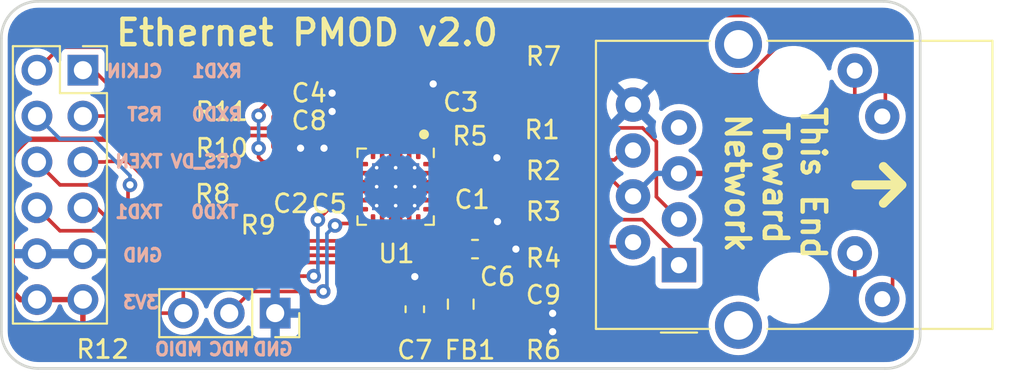
<source format=kicad_pcb>
(kicad_pcb (version 20211014) (generator pcbnew)
  (title_block (title "Ethernet PMOD") (rev "1.0"))
  (layers (0 "F.Cu" signal) (31 "B.Cu" signal) (34 "B.Paste" user) (35 "F.Paste" user) (36 "B.SilkS" user "B.Silkscreen") (37 "F.SilkS" user "F.Silkscreen") (38 "B.Mask" user) (39 "F.Mask" user) (44 "Edge.Cuts" user))
  (net 0 "")
  (net 1 "GND")
  (net 2 "VCC")
  (net 3 "/TXD1")
  (net 4 "/RXD0")
  (net 5 "/CRS_DV")
  (net 6 "/RST")
  (net 7 "/TXD0")
  (net 8 "/TXEN")
  (net 9 "/RXD1")
  (net 11 "Net-(J2-PadL2)")
  (net 12 "Net-(J2-PadL3)")
  (net 13 "/MDC")
  (net 14 "/MDIO")
  (net 16 "/VDDCR")
  (net 17 "/VDD1A")
  (net 18 "/TXP")
  (net 19 "/TXN")
  (net 20 "/RXP")
  (net 21 "/RXN")
  (net 22 "/LED2")
  (net 23 "/RBIAS")
  (net 24 "/LED1")
  (net 25 "/CLKIN")
  (net 28 "Net-(R9-Pad2)")
  (net 29 "/RSTn")
  (footprint "Capacitor_SMD:C_0402_1005Metric" (layer "F.Cu") (at 70.6 60)
    (fp_text reference "C8" (at -2.782 -0.056) (layer "F.SilkS"))
    (fp_text value "470pF")
    (pad "1" smd roundrect locked (at -0.485 0) (size 0.59 0.64) (layers "F.Cu" "F.Paste" "F.Mask") (net 1 "GND"))
    (pad "2" smd roundrect locked (at 0.485 0) (size 0.59 0.64) (layers "F.Cu" "F.Paste" "F.Mask") (net 16 "/VDDCR"))
  )
  (footprint "Capacitor_SMD:C_0402_1005Metric" (layer "F.Cu") (at 67.36065 62.849789 -90)
    (fp_text reference "C2" (at 1.685 0.55865) (layer "F.SilkS"))
    (fp_text value "0.01uF")
    (pad "1" smd roundrect locked (at -0.485 0 270) (size 0.59 0.64) (layers "F.Cu" "F.Paste" "F.Mask") (net 1 "GND"))
    (pad "2" smd roundrect locked (at 0.485 0 270) (size 0.59 0.64) (layers "F.Cu" "F.Paste" "F.Mask") (net 2 "VCC"))
  )
  (footprint "Capacitor_SMD:C_0402_1005Metric" (layer "F.Cu") (at 74.676 59.459 -90)
    (fp_text reference "C3" (at -0.531 -1.524 180) (layer "F.SilkS"))
    (fp_text value "0.01uF")
    (pad "1" smd roundrect locked (at -0.485 0 270) (size 0.59 0.64) (layers "F.Cu" "F.Paste" "F.Mask") (net 1 "GND"))
    (pad "2" smd roundrect locked (at 0.485 0 270) (size 0.59 0.64) (layers "F.Cu" "F.Paste" "F.Mask") (net 17 "/VDD1A"))
  )
  (footprint "Capacitor_SMD:C_0402_1005Metric" (layer "F.Cu") (at 82.296 69.596 90)
    (fp_text reference "C9" (at 0 -1.524 180) (layer "F.SilkS"))
    (fp_text value "0.022uF")
    (pad "1" smd roundrect locked (at -0.485 0 90) (size 0.59 0.64) (layers "F.Cu" "F.Paste" "F.Mask") (net 1 "GND"))
    (pad "2" smd roundrect locked (at 0.485 0 90) (size 0.59 0.64) (layers "F.Cu" "F.Paste" "F.Mask") (net 17 "/VDD1A"))
  )
  (footprint "Capacitor_SMD:C_0402_1005Metric" (layer "F.Cu") (at 70.6 58.6)
    (fp_text reference "C4" (at -2.782 -0.18) (layer "F.SilkS"))
    (fp_text value "1uF")
    (pad "1" smd roundrect locked (at -0.485 0) (size 0.59 0.64) (layers "F.Cu" "F.Paste" "F.Mask") (net 1 "GND"))
    (pad "2" smd roundrect locked (at 0.485 0) (size 0.59 0.64) (layers "F.Cu" "F.Paste" "F.Mask") (net 16 "/VDDCR"))
  )
  (footprint "Capacitor_SMD:C_0603_1608Metric" (layer "F.Cu") (at 76.9875 67.056 180)
    (fp_text reference "C6" (at -1.2445 -1.524 180) (layer "F.SilkS"))
    (fp_text value "1uF")
    (fp_line (start -0.162779 -0.51) (end 0.162779 -0.51) (layer "F.SilkS") (width 0.12))
    (fp_line (start -0.162779 0.51) (end 0.162779 0.51) (layer "F.SilkS") (width 0.12))
    (pad "1" smd roundrect locked (at -0.7875 0 180) (size 0.875 0.95) (layers "F.Cu" "F.Paste" "F.Mask") (net 1 "GND"))
    (pad "2" smd roundrect locked (at 0.7875 0 180) (size 0.875 0.95) (layers "F.Cu" "F.Paste" "F.Mask") (net 17 "/VDD1A"))
  )
  (footprint "Capacitor_SMD:C_0603_1608Metric" (layer "F.Cu") (at 73.66 70.3835 -90)
    (fp_text reference "C7" (at 2.2605 0) (layer "F.SilkS"))
    (fp_text value "1uF")
    (fp_line (start -0.162779 0.51) (end 0.162779 0.51) (layer "F.SilkS") (width 0.12))
    (fp_line (start -0.162779 -0.51) (end 0.162779 -0.51) (layer "F.SilkS") (width 0.12))
    (pad "1" smd roundrect locked (at -0.7875 0 270) (size 0.875 0.95) (layers "F.Cu" "F.Paste" "F.Mask") (net 1 "GND"))
    (pad "2" smd roundrect locked (at 0.7875 0 270) (size 0.875 0.95) (layers "F.Cu" "F.Paste" "F.Mask") (net 2 "VCC"))
  )
  (footprint "Inductor_SMD:L_0805_2012Metric" (layer "F.Cu") (at 76.2 70.104 90)
    (fp_text reference "FB1" (at -2.54 0.508 180) (layer "F.SilkS"))
    (fp_text value "Ferrite Bead")
    (fp_line (start -0.258578 -0.71) (end 0.258578 -0.71) (layer "F.SilkS") (width 0.12))
    (fp_line (start -0.258578 0.71) (end 0.258578 0.71) (layer "F.SilkS") (width 0.12))
    (pad "1" smd roundrect locked (at -0.9375 0 90) (size 0.975 1.4) (layers "F.Cu" "F.Paste" "F.Mask") (net 2 "VCC"))
    (pad "2" smd roundrect locked (at 0.9375 0 90) (size 0.975 1.4) (layers "F.Cu" "F.Paste" "F.Mask") (net 17 "/VDD1A"))
  )
  (footprint "Connector_RJ:RJ45_Amphenol_RJMG1BD3B8K1ANR" (layer "F.Cu") (at 88.265 67.945 90)
    (fp_text reference "J2" hide)
    (fp_text value "RJ45_AMP_RJMG1")
    (fp_line (start -3.73 -1) (end -3.73 1) (layer "F.SilkS") (width 0.12))
    (fp_line (start -3.53 1.69) (end -3.53 -4.59) (layer "F.SilkS") (width 0.12))
    (fp_line (start -3.53 -4.59) (end 12.42 -4.59) (layer "F.SilkS") (width 0.12))
    (fp_line (start -3.53 17.33) (end -3.53 4.89) (layer "F.SilkS") (width 0.12))
    (fp_line (start 12.42 17.33) (end -3.53 17.33) (layer "F.SilkS") (width 0.12))
    (fp_line (start 12.42 -4.59) (end 12.42 1.69) (layer "F.SilkS") (width 0.12))
    (fp_line (start 12.42 4.89) (end 12.42 17.33) (layer "F.SilkS") (width 0.12))
    (pad "" np_thru_hole circle locked (at 10.16 6.34 90) (size 3.25 3.25) (drill 3.25) (layers *.Cu *.Mask))
    (pad "" np_thru_hole circle locked (at -1.27 6.34 90) (size 3.25 3.25) (drill 3.25) (layers *.Cu *.Mask))
    (pad "13" thru_hole circle locked (at -3.33 3.29 90) (size 2.6 2.6) (drill 1.6) (layers *.Cu *.Mask))
    (pad "13" thru_hole circle locked (at 12.22 3.29 90) (size 2.6 2.6) (drill 1.6) (layers *.Cu *.Mask))
    (pad "L1" thru_hole circle locked (at 10.77 9.72 90) (size 1.89 1.89) (drill 0.89) (layers *.Cu *.Mask) (net 17 "/VDD1A"))
    (pad "L2" thru_hole circle locked (at 8.23 11.24 90) (size 1.89 1.89) (drill 0.89) (layers *.Cu *.Mask) (net 11 "Net-(J2-PadL2)"))
    (pad "L3" thru_hole circle locked (at 0.66 9.72 90) (size 1.89 1.89) (drill 0.89) (layers *.Cu *.Mask) (net 12 "Net-(J2-PadL3)"))
    (pad "L4" thru_hole circle locked (at -1.88 11.24 90) (size 1.89 1.89) (drill 0.89) (layers *.Cu *.Mask) (net 24 "/LED1"))
    (pad "R1" thru_hole rect locked (at 0 0 90) (size 1.9 1.9) (drill 0.9) (layers *.Cu *.Mask) (net 18 "/TXP"))
    (pad "R2" thru_hole circle locked (at 1.27 -2.54 90) (size 1.9 1.9) (drill 0.9) (layers *.Cu *.Mask) (net 19 "/TXN"))
    (pad "R3" thru_hole circle locked (at 2.54 0 90) (size 1.9 1.9) (drill 0.9) (layers *.Cu *.Mask) (net 20 "/RXP"))
    (pad "R4" thru_hole circle locked (at 3.81 -2.54 90) (size 1.9 1.9) (drill 0.9) (layers *.Cu *.Mask) (net 17 "/VDD1A"))
    (pad "R5" thru_hole circle locked (at 5.08 0 90) (size 1.9 1.9) (drill 0.9) (layers *.Cu *.Mask) (net 17 "/VDD1A"))
    (pad "R6" thru_hole circle locked (at 6.35 -2.54 90) (size 1.9 1.9) (drill 0.9) (layers *.Cu *.Mask) (net 21 "/RXN"))
    (pad "R7" thru_hole circle locked (at 7.62 0 90) (size 1.9 1.9) (drill 0.9) (layers *.Cu *.Mask))
    (pad "R8" thru_hole circle locked (at 8.89 -2.54 90) (size 1.9 1.9) (drill 0.9) (layers *.Cu *.Mask) (net 1 "GND"))
  )
  (footprint "Resistor_SMD:R_0402_1005Metric" (layer "F.Cu") (at 82.296 65 -90)
    (fp_text reference "R3" (at -0.024 1.524) (layer "F.SilkS"))
    (fp_text value "49.9")
    (pad "1" smd roundrect locked (at -0.485 0 270) (size 0.59 0.64) (layers "F.Cu" "F.Paste" "F.Mask") (net 17 "/VDD1A"))
    (pad "2" smd roundrect locked (at 0.485 0 270) (size 0.59 0.64) (layers "F.Cu" "F.Paste" "F.Mask") (net 18 "/TXP"))
  )
  (footprint "Resistor_SMD:R_0402_1005Metric" (layer "F.Cu") (at 82.296 60.2 -90)
    (fp_text reference "R1" (at 0.252 1.6) (layer "F.SilkS"))
    (fp_text value "49.9")
    (pad "1" smd roundrect locked (at -0.485 0 270) (size 0.59 0.64) (layers "F.Cu" "F.Paste" "F.Mask") (net 17 "/VDD1A"))
    (pad "2" smd roundrect locked (at 0.485 0 270) (size 0.59 0.64) (layers "F.Cu" "F.Paste" "F.Mask") (net 20 "/RXP"))
  )
  (footprint "Resistor_SMD:R_0402_1005Metric" (layer "F.Cu") (at 82.296 62.6 90)
    (fp_text reference "R2" (at -0.116 -1.524 180) (layer "F.SilkS"))
    (fp_text value "49.9")
    (pad "1" smd roundrect locked (at -0.485 0 90) (size 0.59 0.64) (layers "F.Cu" "F.Paste" "F.Mask") (net 17 "/VDD1A"))
    (pad "2" smd roundrect locked (at 0.485 0 90) (size 0.59 0.64) (layers "F.Cu" "F.Paste" "F.Mask") (net 21 "/RXN"))
  )
  (footprint "Resistor_SMD:R_0402_1005Metric" (layer "F.Cu") (at 76.6 62)
    (fp_text reference "R5" (at 0.108 -1.2) (layer "F.SilkS"))
    (fp_text value "12.1K")
    (pad "1" smd roundrect locked (at -0.485 0) (size 0.59 0.64) (layers "F.Cu" "F.Paste" "F.Mask") (net 23 "/RBIAS"))
    (pad "2" smd roundrect locked (at 0.485 0) (size 0.59 0.64) (layers "F.Cu" "F.Paste" "F.Mask") (net 1 "GND"))
  )
  (footprint "Resistor_SMD:R_0402_1005Metric" (layer "F.Cu") (at 82.296 72.136 90)
    (fp_text reference "R6" (at -0.508 -1.524) (layer "F.SilkS"))
    (fp_text value "270")
    (pad "1" smd roundrect locked (at -0.485 0 90) (size 0.59 0.64) (layers "F.Cu" "F.Paste" "F.Mask") (net 12 "Net-(J2-PadL3)"))
    (pad "2" smd roundrect locked (at 0.485 0 90) (size 0.59 0.64) (layers "F.Cu" "F.Paste" "F.Mask") (net 1 "GND"))
  )
  (footprint "Resistor_SMD:R_0402_1005Metric" (layer "F.Cu") (at 66.039251 61.731781 90)
    (fp_text reference "R10" (at 0.263781 -3.047251) (layer "F.SilkS"))
    (fp_text value "10K")
    (pad "1" smd roundrect locked (at -0.485 0 90) (size 0.59 0.64) (layers "F.Cu" "F.Paste" "F.Mask") (net 2 "VCC"))
    (pad "2" smd roundrect locked (at 0.485 0 90) (size 0.59 0.64) (layers "F.Cu" "F.Paste" "F.Mask") (net 4 "/RXD0"))
  )
  (footprint "Resistor_SMD:R_0402_1005Metric" (layer "F.Cu") (at 66.048934 59.391591 -90)
    (fp_text reference "R11" (at 0.044409 3.056934) (layer "F.SilkS"))
    (fp_text value "10K")
    (pad "1" smd roundrect locked (at -0.485 0 270) (size 0.59 0.64) (layers "F.Cu" "F.Paste" "F.Mask") (net 2 "VCC"))
    (pad "2" smd roundrect locked (at 0.485 0 270) (size 0.59 0.64) (layers "F.Cu" "F.Paste" "F.Mask") (net 9 "/RXD1"))
  )
  (footprint "Resistor_SMD:R_0402_1005Metric" (layer "F.Cu") (at 64.000743 63.812326 -90)
    (fp_text reference "R8" (at 0.195674 1.516743) (layer "F.SilkS"))
    (fp_text value "10K")
    (pad "1" smd roundrect locked (at -0.485 0 270) (size 0.59 0.64) (layers "F.Cu" "F.Paste" "F.Mask") (net 2 "VCC"))
    (pad "2" smd roundrect locked (at 0.485 0 270) (size 0.59 0.64) (layers "F.Cu" "F.Paste" "F.Mask") (net 5 "/CRS_DV"))
  )
  (footprint "Resistor_SMD:R_0402_1005Metric" (layer "F.Cu") (at 65.262674 63.812326 -90)
    (fp_text reference "R9" (at 1.916437 0.259113) (layer "F.SilkS"))
    (fp_text value "10K")
    (pad "1" smd roundrect locked (at -0.485 0 270) (size 0.59 0.64) (layers "F.Cu" "F.Paste" "F.Mask") (net 2 "VCC"))
    (pad "2" smd roundrect locked (at 0.485 0 270) (size 0.59 0.64) (layers "F.Cu" "F.Paste" "F.Mask") (net 28 "Net-(R9-Pad2)"))
  )
  (footprint "Resistor_SMD:R_0402_1005Metric" (layer "F.Cu") (at 82.296 56.411 -90)
    (fp_text reference "R7" (at -0.023 1.524 -180) (layer "F.SilkS"))
    (fp_text value "270")
    (pad "1" smd roundrect locked (at -0.485 0 270) (size 0.59 0.64) (layers "F.Cu" "F.Paste" "F.Mask") (net 11 "Net-(J2-PadL2)"))
    (pad "2" smd roundrect locked (at 0.485 0 270) (size 0.59 0.64) (layers "F.Cu" "F.Paste" "F.Mask") (net 22 "/LED2"))
  )
  (footprint "FrotzNet:PMOD_Peripheral_Conn_2x06_P2.54mm_Vertical" (layer "F.Cu") (at 52.7685 57.15)
    (fp_text reference "J1" hide)
    (fp_text value "PMOD")
    (fp_line (start -1.33 -1.33) (end -1.33 14.03) (layer "F.SilkS") (width 0.12))
    (fp_line (start 1.27 -1.33) (end -1.33 -1.33) (layer "F.SilkS") (width 0.12))
    (fp_line (start 3.87 14.03) (end -1.33 14.03) (layer "F.SilkS") (width 0.12))
    (fp_line (start 3.87 -1.33) (end 2.54 -1.33) (layer "F.SilkS") (width 0.12))
    (fp_line (start 3.87 1.27) (end 3.87 14.03) (layer "F.SilkS") (width 0.12))
    (fp_line (start 3.87 1.27) (end 1.27 1.27) (layer "F.SilkS") (width 0.12))
    (fp_line (start 3.87 0) (end 3.87 -1.33) (layer "F.SilkS") (width 0.12))
    (fp_line (start 1.27 1.27) (end 1.27 -1.33) (layer "F.SilkS") (width 0.12))
    (pad "1" thru_hole rect locked (at 2.54 0) (size 1.7 1.7) (drill 1) (layers *.Cu *.Mask) (net 9 "/RXD1"))
    (pad "2" thru_hole oval locked (at 2.54 2.54) (size 1.7 1.7) (drill 1) (layers *.Cu *.Mask) (net 4 "/RXD0"))
    (pad "3" thru_hole oval locked (at 2.54 5.08) (size 1.7 1.7) (drill 1) (layers *.Cu *.Mask) (net 5 "/CRS_DV"))
    (pad "4" thru_hole oval locked (at 2.54 7.62) (size 1.7 1.7) (drill 1) (layers *.Cu *.Mask) (net 7 "/TXD0"))
    (pad "5" thru_hole oval locked (at 2.54 10.16) (size 1.7 1.7) (drill 1) (layers *.Cu *.Mask) (net 1 "GND"))
    (pad "6" thru_hole oval locked (at 2.54 12.7) (size 1.7 1.7) (drill 1) (layers *.Cu *.Mask) (net 2 "VCC"))
    (pad "7" thru_hole oval locked (at 0 0) (size 1.7 1.7) (drill 1) (layers *.Cu *.Mask) (net 25 "/CLKIN"))
    (pad "8" thru_hole oval locked (at 0 2.54) (size 1.7 1.7) (drill 1) (layers *.Cu *.Mask) (net 29 "/RSTn"))
    (pad "9" thru_hole oval locked (at 0 5.08) (size 1.7 1.7) (drill 1) (layers *.Cu *.Mask) (net 8 "/TXEN"))
    (pad "10" thru_hole oval locked (at 0 7.62) (size 1.7 1.7) (drill 1) (layers *.Cu *.Mask) (net 3 "/TXD1"))
    (pad "11" thru_hole oval locked (at 0 10.16) (size 1.7 1.7) (drill 1) (layers *.Cu *.Mask) (net 1 "GND"))
    (pad "12" thru_hole oval locked (at 0 12.7) (size 1.7 1.7) (drill 1) (layers *.Cu *.Mask) (net 2 "VCC"))
  )
  (footprint "Capacitor_SMD:C_0402_1005Metric" (layer "F.Cu") (at 76.731 65.509 180)
    (fp_text reference "C1" (at -0.096933 1.196203 180) (layer "F.SilkS"))
    (fp_text value "0.01uF")
    (pad "1" smd roundrect locked (at -0.485 0 180) (size 0.59 0.64) (layers "F.Cu" "F.Paste" "F.Mask") (net 1 "GND"))
    (pad "2" smd roundrect locked (at 0.485 0 180) (size 0.59 0.64) (layers "F.Cu" "F.Paste" "F.Mask") (net 17 "/VDD1A"))
  )
  (footprint "Resistor_SMD:R_0402_1005Metric" (layer "F.Cu") (at 58.4 71.085 90)
    (fp_text reference "R12" (at -1.515 -2) (layer "F.SilkS"))
    (fp_text value "1.5K")
    (pad "1" smd roundrect locked (at -0.485 0 90) (size 0.59 0.64) (layers "F.Cu" "F.Paste" "F.Mask") (net 2 "VCC"))
    (pad "2" smd roundrect locked (at 0.485 0 90) (size 0.59 0.64) (layers "F.Cu" "F.Paste" "F.Mask") (net 14 "/MDIO"))
  )
  (footprint "Resistor_SMD:R_0402_1005Metric" (layer "F.Cu") (at 82.296 67.4 90)
    (fp_text reference "R4" (at -0.164 -1.524 180) (layer "F.SilkS"))
    (fp_text value "49.9")
    (pad "1" smd roundrect locked (at -0.485 0 90) (size 0.59 0.64) (layers "F.Cu" "F.Paste" "F.Mask") (net 17 "/VDD1A"))
    (pad "2" smd roundrect locked (at 0.485 0 90) (size 0.59 0.64) (layers "F.Cu" "F.Paste" "F.Mask") (net 19 "/TXN"))
  )
  (footprint "Connector_PinSocket_2.54mm:PinSocket_1x03_P2.54mm_Vertical" (layer "F.Cu") (at 65.94 70.6 -90)
    (fp_text reference "J3" hide)
    (fp_text value "MDIO")
    (fp_line (start -1.33 1.27) (end 1.33 1.27) (layer "F.SilkS") (width 0.12))
    (fp_line (start 1.33 -1.33) (end 1.33 0) (layer "F.SilkS") (width 0.12))
    (fp_line (start -1.33 6.41) (end 1.33 6.41) (layer "F.SilkS") (width 0.12))
    (fp_line (start -1.33 1.27) (end -1.33 6.41) (layer "F.SilkS") (width 0.12))
    (fp_line (start 1.33 1.27) (end 1.33 6.41) (layer "F.SilkS") (width 0.12))
    (fp_line (start 0 -1.33) (end 1.33 -1.33) (layer "F.SilkS") (width 0.12))
    (pad "1" thru_hole rect locked (at 0 0 270) (size 1.7 1.7) (drill 1) (layers *.Cu *.Mask) (net 1 "GND"))
    (pad "2" thru_hole oval locked (at 0 2.54 270) (size 1.7 1.7) (drill 1) (layers *.Cu *.Mask) (net 13 "/MDC"))
    (pad "3" thru_hole oval locked (at 0 5.08 270) (size 1.7 1.7) (drill 1) (layers *.Cu *.Mask) (net 14 "/MDIO"))
  )
  (footprint "Capacitor_SMD:C_0402_1005Metric" (layer "F.Cu") (at 68.627228 62.85256 -90)
    (fp_text reference "C5" (at 1.7 -0.3) (layer "F.SilkS"))
    (fp_text value "1uF")
    (pad "1" smd roundrect locked (at -0.485 0 270) (size 0.59 0.64) (layers "F.Cu" "F.Paste" "F.Mask") (net 1 "GND"))
    (pad "2" smd roundrect locked (at 0.485 0 270) (size 0.59 0.64) (layers "F.Cu" "F.Paste" "F.Mask") (net 2 "VCC"))
  )
  (footprint "Package_DFN_QFN:QFN-24-1EP_4x4mm_P0.5mm_EP2.6x2.6mm_ThermalVias" (layer "F.Cu") (at 72.6 63.6 -90)
    (fp_text reference "U1" (at 3.71 -0.044) (layer "F.SilkS"))
    (fp_text value "LAN8720A")
    (fp_line (start -1.635 -2.11) (end -2.11 -2.11) (layer "F.SilkS") (width 0.12))
    (fp_line (start -2.11 2.11) (end -2.11 1.635) (layer "F.SilkS") (width 0.12))
    (fp_line (start 1.635 2.11) (end 2.11 2.11) (layer "F.SilkS") (width 0.12))
    (fp_line (start 2.11 -2.11) (end 2.11 -1.635) (layer "F.SilkS") (width 0.12))
    (fp_line (start -1.635 2.11) (end -2.11 2.11) (layer "F.SilkS") (width 0.12))
    (fp_line (start 1.635 -2.11) (end 2.11 -2.11) (layer "F.SilkS") (width 0.12))
    (fp_line (start 2.11 2.11) (end 2.11 1.635) (layer "F.SilkS") (width 0.12))
    (pad "1" smd roundrect (at -1.9375 -1.25 270) (size 0.825 0.25) (layers "F.Cu" "F.Paste" "F.Mask") (net 17 "/VDD1A"))
    (pad "2" smd roundrect (at -1.9375 -0.75 270) (size 0.825 0.25) (layers "F.Cu" "F.Paste" "F.Mask") (net 22 "/LED2"))
    (pad "3" smd roundrect (at -1.9375 -0.25 270) (size 0.825 0.25) (layers "F.Cu" "F.Paste" "F.Mask") (net 24 "/LED1"))
    (pad "4" smd roundrect (at -1.9375 0.25 270) (size 0.825 0.25) (layers "F.Cu" "F.Paste" "F.Mask"))
    (pad "5" smd roundrect (at -1.9375 0.75 270) (size 0.825 0.25) (layers "F.Cu" "F.Paste" "F.Mask") (net 25 "/CLKIN"))
    (pad "6" smd roundrect (at -1.9375 1.25 270) (size 0.825 0.25) (layers "F.Cu" "F.Paste" "F.Mask") (net 16 "/VDDCR"))
    (pad "7" smd roundrect (at -1.25 1.9375 270) (size 0.25 0.825) (layers "F.Cu" "F.Paste" "F.Mask") (net 9 "/RXD1"))
    (pad "8" smd roundrect (at -0.75 1.9375 270) (size 0.25 0.825) (layers "F.Cu" "F.Paste" "F.Mask") (net 4 "/RXD0"))
    (pad "9" smd roundrect (at -0.25 1.9375 270) (size 0.25 0.825) (layers "F.Cu" "F.Paste" "F.Mask") (net 2 "VCC"))
    (pad "10" smd roundrect (at 0.25 1.9375 270) (size 0.25 0.825) (layers "F.Cu" "F.Paste" "F.Mask") (net 28 "Net-(R9-Pad2)"))
    (pad "11" smd roundrect (at 0.75 1.9375 270) (size 0.25 0.825) (layers "F.Cu" "F.Paste" "F.Mask") (net 5 "/CRS_DV"))
    (pad "12" smd roundrect (at 1.25 1.9375 270) (size 0.25 0.825) (layers "F.Cu" "F.Paste" "F.Mask") (net 14 "/MDIO"))
    (pad "13" smd roundrect (at 1.9375 1.25 270) (size 0.825 0.25) (layers "F.Cu" "F.Paste" "F.Mask") (net 13 "/MDC"))
    (pad "14" smd roundrect (at 1.9375 0.75 270) (size 0.825 0.25) (layers "F.Cu" "F.Paste" "F.Mask"))
    (pad "15" smd roundrect (at 1.9375 0.25 270) (size 0.825 0.25) (layers "F.Cu" "F.Paste" "F.Mask") (net 6 "/RST"))
    (pad "16" smd roundrect (at 1.9375 -0.25 270) (size 0.825 0.25) (layers "F.Cu" "F.Paste" "F.Mask") (net 8 "/TXEN"))
    (pad "17" smd roundrect (at 1.9375 -0.75 270) (size 0.825 0.25) (layers "F.Cu" "F.Paste" "F.Mask") (net 7 "/TXD0"))
    (pad "18" smd roundrect (at 1.9375 -1.25 270) (size 0.825 0.25) (layers "F.Cu" "F.Paste" "F.Mask") (net 3 "/TXD1"))
    (pad "19" smd roundrect (at 1.25 -1.9375 270) (size 0.25 0.825) (layers "F.Cu" "F.Paste" "F.Mask") (net 17 "/VDD1A"))
    (pad "20" smd roundrect (at 0.75 -1.9375 270) (size 0.25 0.825) (layers "F.Cu" "F.Paste" "F.Mask") (net 19 "/TXN"))
    (pad "21" smd roundrect (at 0.25 -1.9375 270) (size 0.25 0.825) (layers "F.Cu" "F.Paste" "F.Mask") (net 18 "/TXP"))
    (pad "22" smd roundrect (at -0.25 -1.9375 270) (size 0.25 0.825) (layers "F.Cu" "F.Paste" "F.Mask") (net 21 "/RXN"))
    (pad "23" smd roundrect (at -0.75 -1.9375 270) (size 0.25 0.825) (layers "F.Cu" "F.Paste" "F.Mask") (net 20 "/RXP"))
    (pad "24" smd roundrect (at -1.25 -1.9375 270) (size 0.25 0.825) (layers "F.Cu" "F.Paste" "F.Mask") (net 23 "/RBIAS"))
    (pad "25" thru_hole circle (at -1.05 0 270) (size 0.5 0.5) (drill 0.2) (layers *.Cu) (net 1 "GND"))
    (pad "25" thru_hole circle (at -1.05 -1.05 270) (size 0.5 0.5) (drill 0.2) (layers *.Cu) (net 1 "GND"))
    (pad "25" thru_hole circle (at 1.05 -1.05 270) (size 0.5 0.5) (drill 0.2) (layers *.Cu) (net 1 "GND"))
    (pad "25" thru_hole circle (at 0 0 270) (size 0.5 0.5) (drill 0.2) (layers *.Cu) (net 1 "GND"))
    (pad "25" smd rect (at 0 0 270) (size 2.6 2.6) (layers "B.Cu") (net 1 "GND"))
    (pad "25" thru_hole circle (at 1.05 0 270) (size 0.5 0.5) (drill 0.2) (layers *.Cu) (net 1 "GND"))
    (pad "25" thru_hole circle (at 0 -1.05 270) (size 0.5 0.5) (drill 0.2) (layers *.Cu) (net 1 "GND"))
    (pad "25" smd rect (at 0 0 270) (size 2.6 2.6) (layers "F.Cu" "F.Mask") (net 1 "GND"))
    (pad "25" thru_hole circle (at 1.05 1.05 270) (size 0.5 0.5) (drill 0.2) (layers *.Cu) (net 1 "GND"))
    (pad "25" thru_hole circle (at 0 1.05 270) (size 0.5 0.5) (drill 0.2) (layers *.Cu) (net 1 "GND"))
    (pad "25" thru_hole circle (at -1.05 1.05 270) (size 0.5 0.5) (drill 0.2) (layers *.Cu) (net 1 "GND"))
  )
  (gr_line (start 98.044 63.5) (end 100.584 63.5) (layer "F.SilkS") (width 0.5))
  (gr_circle (center 74.168 60.706) (end 74.368 60.706) (layer "F.SilkS") (width 0.15) (fill solid))
  (gr_line (start 100.584 63.5) (end 99.568 62.484) (layer "F.SilkS") (width 0.15))
  (gr_line (start 99.568 62.484) (end 100.584 63.5) (layer "F.SilkS") (width 0.5))
  (gr_line (start 100.584 63.5) (end 99.568 64.516) (layer "F.SilkS") (width 0.5))
  (gr_line (start 101.6 55.372) (end 101.6 71.715159) (layer "Edge.Cuts") (width 0.15))
  (gr_line (start 99.655159 73.66) (end 52.832 73.66) (layer "Edge.Cuts") (width 0.15))
  (gr_arc (start 99.568 53.34) (mid 101.004841 53.935159) (end 101.6 55.372) (layer "Edge.Cuts") (width 0.15))
  (gr_line (start 52.832 53.34) (end 99.568 53.34) (layer "Edge.Cuts") (width 0.15))
  (gr_arc (start 101.6 71.715159) (mid 101.055566 73.115566) (end 99.655159 73.66) (layer "Edge.Cuts") (width 0.15))
  (gr_arc (start 52.832 73.66) (mid 51.395159 73.064841) (end 50.8 71.628) (layer "Edge.Cuts") (width 0.15))
  (gr_arc (start 50.8 55.372) (mid 51.395159 53.935159) (end 52.832 53.34) (layer "Edge.Cuts") (width 0.15))
  (gr_line (start 50.8 71.628) (end 50.8 55.372) (layer "Edge.Cuts") (width 0.15))
  (gr_text "CLKIN" (at 59.8 57.2) (layer "B.SilkS") (effects (font (size 0.7 0.7) (thickness 0.175)) (justify left mirror)))
  (gr_text "GND\n" (at 67 72.6) (layer "B.SilkS") (effects (font (size 0.7 0.7) (thickness 0.175)) (justify left mirror)))
  (gr_text "RXD1" (at 64.2 57.2) (layer "B.SilkS") (effects (font (size 0.7 0.7) (thickness 0.175)) (justify left mirror)))
  (gr_text "MDC" (at 64.6 72.6) (layer "B.SilkS") (effects (font (size 0.7 0.7) (thickness 0.175)) (justify left mirror)))
  (gr_text "TXD0" (at 64 65) (layer "B.SilkS") (effects (font (size 0.7 0.7) (thickness 0.175)) (justify left mirror)))
  (gr_text "GND" (at 59.8 67.4) (layer "B.SilkS") (effects (font (size 0.7 0.7) (thickness 0.175)) (justify left mirror)))
  (gr_text "MDIO\n" (at 62 72.6) (layer "B.SilkS") (effects (font (size 0.7 0.7) (thickness 0.175)) (justify left mirror)))
  (gr_text "TXD1" (at 59.8 65) (layer "B.SilkS") (effects (font (size 0.7 0.7) (thickness 0.175)) (justify left mirror)))
  (gr_text "3V3" (at 59.6 70) (layer "B.SilkS") (effects (font (size 0.7 0.7) (thickness 0.175)) (justify left mirror)))
  (gr_text "RST" (at 59.8 59.6) (layer "B.SilkS") (effects (font (size 0.7 0.7) (thickness 0.175)) (justify left mirror)))
  (gr_text "CRS_DV" (at 64.2 62.2) (layer "B.SilkS") (effects (font (size 0.7 0.7) (thickness 0.175)) (justify left mirror)))
  (gr_text "TXEN" (at 59.8 62.2) (layer "B.SilkS") (effects (font (size 0.7 0.7) (thickness 0.175)) (justify left mirror)))
  (gr_text "RXD0" (at 64.2 59.6) (layer "B.SilkS") (effects (font (size 0.7 0.7) (thickness 0.175)) (justify left mirror)))
  (gr_text "This End\nToward\nNetwork" (at 93.6 63.4 270) (layer "F.SilkS") (effects (font (size 1.3 1.3) (thickness 0.25))))
  (gr_text "Ethernet PMOD v2.0\n\n" (at 57 56.2) (layer "F.SilkS") (effects (font (size 1.4 1.4) (thickness 0.25)) (justify left)))
  (segment (start 77.775 67.056) (end 79.248 67.056) (width 0.3) (layer "F.Cu") (net 1))
  (segment (start 70.115 60) (end 69.652 60) (width 0.2) (layer "F.Cu") (net 1))
  (segment (start 67.36065 62.364789) (end 67.36065 61.75437) (width 0.2) (layer "F.Cu") (net 1))
  (segment (start 68.627228 62.36756) (end 68.627228 61.598248) (width 0.2) (layer "F.Cu") (net 1))
  (segment (start 68.627228 61.598248) (end 68.58 61.55102) (width 0.2) (layer "F.Cu") (net 1))
  (segment (start 67.36065 61.75437) (end 67.564 61.55102) (width 0.2) (layer "F.Cu") (net 1))
  (segment (start 82.296 70.081) (end 81.811 70.081) (width 0.2) (layer "F.Cu") (net 1))
  (segment (start 69.268 58.6) (end 69.088 58.42) (width 0.2) (layer "F.Cu") (net 1))
  (segment (start 81.811 70.081) (end 81.28 70.612) (width 0.2) (layer "F.Cu") (net 1))
  (segment (start 81.303 71.651) (end 81.28 71.628) (width 0.2) (layer "F.Cu") (net 1))
  (segment (start 69.652 60) (end 69.088 59.436) (width 0.2) (layer "F.Cu") (net 1))
  (segment (start 77.216 65.509) (end 78.209 65.509) (width 0.3) (layer "F.Cu") (net 1))
  (segment (start 82.296 71.651) (end 81.303 71.651) (width 0.2) (layer "F.Cu") (net 1))
  (segment (start 74.676 58.974) (end 74.676 57.912) (width 0.2) (layer "F.Cu") (net 1))
  (segment (start 78.209 65.509) (end 78.232 65.532) (width 0.2) (layer "F.Cu") (net 1))
  (segment (start 77.085 62) (end 78.2 62) (width 0.2) (layer "F.Cu") (net 1))
  (segment (start 70.115 58.6) (end 69.268 58.6) (width 0.2) (layer "F.Cu") (net 1))
  (segment (start 73.66 69.596) (end 73.66 68.58) (width 0.3) (layer "F.Cu") (net 1))
  (via (at 78.232 65.532) (size 0.8) (drill 0.4) (layers "F.Cu" "B.Cu") (net 1))
  (via (at 73.66 68.58) (size 0.8) (drill 0.4) (layers "F.Cu" "B.Cu") (net 1))
  (via (at 81.28 71.628) (size 0.8) (drill 0.4) (layers "F.Cu" "B.Cu") (net 1))
  (via (at 68.638848 61.468) (size 0.8) (drill 0.4) (layers "F.Cu" "B.Cu") (net 1))
  (via (at 67.34322 61.468) (size 0.8) (drill 0.4) (layers "F.Cu" "B.Cu") (net 1))
  (via (at 69.088 59.436) (size 0.8) (drill 0.4) (layers "F.Cu" "B.Cu") (net 1))
  (via (at 69.088 58.42) (size 0.8) (drill 0.4) (layers "F.Cu" "B.Cu") (net 1))
  (via (at 78.2 62) (size 0.8) (drill 0.4) (layers "F.Cu" "B.Cu") (net 1))
  (via (at 74.676 57.912) (size 0.8) (drill 0.4) (layers "F.Cu" "B.Cu") (net 1))
  (via (at 81.28 70.612) (size 0.8) (drill 0.4) (layers "F.Cu" "B.Cu") (net 1))
  (via (at 79.248 67.056) (size 0.8) (drill 0.4) (layers "F.Cu" "B.Cu") (net 1))
  (segment (start 85.6 58.93) (end 85.725 59.055) (width 0.3) (layer "B.Cu") (net 1))
  (segment (start 72.6 63.6) (end 73.6 63.6) (width 0.2) (layer "B.Cu") (net 1))
  (segment (start 72.6 63.6) (end 71.6 63.6) (width 0.2) (layer "B.Cu") (net 1))
  (segment (start 52.24827 60.974228) (end 57.974228 60.974228) (width 0.3) (layer "F.Cu") (net 2))
  (segment (start 66.04 62.484) (end 66.04 62.21753) (width 0.2) (layer "F.Cu") (net 2))
  (segment (start 55.6 72.6) (end 55.3085 72.3085) (width 0.3) (layer "F.Cu") (net 2))
  (segment (start 70.5625 63.35) (end 68.55 63.35) (width 0.25) (layer "F.Cu") (net 2))
  (segment (start 76.1215 71.12) (end 76.2 71.0415) (width 0.3) (layer "F.Cu") (net 2))
  (segment (start 55.3085 72.3085) (end 55.3085 69.85) (width 0.3) (layer "F.Cu") (net 2))
  (segment (start 68.627228 63.33756) (end 68.56244 63.33756) (width 0.2) (layer "F.Cu") (net 2))
  (segment (start 58.4 72.6) (end 71.164 72.6) (width 0.3) (layer "F.Cu") (net 2))
  (segment (start 63.65 63.35) (end 62.85 63.35) (width 0.3) (layer "F.Cu") (net 2))
  (segment (start 58.4 72.6) (end 55.6 72.6) (width 0.3) (layer "F.Cu") (net 2))
  (segment (start 64.000743 63.327326) (end 63.672674 63.327326) (width 0.2) (layer "F.Cu") (net 2))
  (segment (start 66.04 63.2) (end 66.04 62.51753) (width 0.2) (layer "F.Cu") (net 2))
  (segment (start 58.4 71.57) (end 58.4 72.6) (width 0.2) (layer "F.Cu") (net 2))
  (segment (start 52.7685 69.85) (end 51.85 69.85) (width 0.3) (layer "F.Cu") (net 2))
  (segment (start 65.024 61.976) (end 65.024 61.468) (width 0.2) (layer "F.Cu") (net 2))
  (segment (start 66.04 62.51753) (end 66.19 62.36753) (width 0.2) (layer "F.Cu") (net 2))
  (segment (start 65.264781 62.216781) (end 65.024 61.976) (width 0.2) (layer "F.Cu") (net 2))
  (segment (start 66.19 63.35) (end 65.382 63.35) (width 0.3) (layer "F.Cu") (net 2))
  (segment (start 52.7685 69.85) (end 55.3085 69.85) (width 0.3) (layer "F.Cu") (net 2))
  (segment (start 71.164 72.6) (end 72.593 71.171) (width 0.3) (layer "F.Cu") (net 2))
  (segment (start 72.593 71.171) (end 73.66 71.171) (width 0.3) (layer "F.Cu") (net 2))
  (segment (start 65.553409 58.906591) (end 66.048934 58.906591) (width 0.2) (layer "F.Cu") (net 2))
  (segment (start 66.55 63.35) (end 66.19 63.35) (width 0.3) (layer "F.Cu") (net 2))
  (segment (start 64.15 63.35) (end 63.65 63.35) (width 0.3) (layer "F.Cu") (net 2))
  (segment (start 66.19 63.35) (end 66.04 63.2) (width 0.2) (layer "F.Cu") (net 2))
  (segment (start 51.4 61.822498) (end 52.24827 60.974228) (width 0.3) (layer "F.Cu") (net 2))
  (segment (start 68.55 63.35) (end 66.55 63.35) (width 0.3) (layer "F.Cu") (net 2))
  (segment (start 60.35 63.35) (end 62.85 63.35) (width 0.3) (layer "F.Cu") (net 2))
  (segment (start 65.024 59.436) (end 65.553409 58.906591) (width 0.2) (layer "F.Cu") (net 2))
  (segment (start 68.56244 63.33756) (end 68.55 63.35) (width 0.2) (layer "F.Cu") (net 2))
  (segment (start 51.85 69.85) (end 51.4 69.4) (width 0.3) (layer "F.Cu") (net 2))
  (segment (start 65.359326 63.327326) (end 65.382 63.35) (width 0.2) (layer "F.Cu") (net 2))
  (segment (start 64.75 63.35) (end 64.15 63.35) (width 0.3) (layer "F.Cu") (net 2))
  (segment (start 65.262674 63.327326) (end 65.359326 63.327326) (width 0.2) (layer "F.Cu") (net 2))
  (segment (start 63.672674 63.327326) (end 63.65 63.35) (width 0.2) (layer "F.Cu") (net 2))
  (segment (start 65.382 63.35) (end 65.25 63.35) (width 0.3) (layer "F.Cu") (net 2))
  (segment (start 74.168 71.12) (end 76.1215 71.12) (width 0.3) (layer "F.Cu") (net 2))
  (segment (start 66.04 62.21753) (end 66.039251 62.216781) (width 0.2) (layer "F.Cu") (net 2))
  (segment (start 57.974228 60.974228) (end 60.35 63.35) (width 0.3) (layer "F.Cu") (net 2))
  (segment (start 51.4 69.4) (end 51.4 61.822498) (width 0.3) (layer "F.Cu") (net 2))
  (segment (start 66.039251 62.216781) (end 65.264781 62.216781) (width 0.2) (layer "F.Cu") (net 2))
  (segment (start 65.024 59.669469) (end 65.024 59.436) (width 0.2) (layer "F.Cu") (net 2))
  (segment (start 65.25 63.35) (end 64.75 63.35) (width 0.3) (layer "F.Cu") (net 2))
  (via (at 65.024 59.669469) (size 0.8) (drill 0.4) (layers "F.Cu" "B.Cu") (net 2))
  (via (at 65.024 61.468) (size 0.8) (drill 0.4) (layers "F.Cu" "B.Cu") (net 2))
  (segment (start 65.024 61.468) (end 65.024 59.669469) (width 0.2) (layer "B.Cu") (net 2))
  (segment (start 56.781988 66.04) (end 54.0385 66.04) (width 0.2) (layer "F.Cu") (net 3))
  (segment (start 58.541998 67.80001) (end 56.781988 66.04) (width 0.2) (layer "F.Cu") (net 3))
  (segment (start 72.765689 67.80001) (end 58.541998 67.80001) (width 0.2) (layer "F.Cu") (net 3))
  (segment (start 54.0385 66.04) (end 52.7685 64.77) (width 0.2) (layer "F.Cu") (net 3))
  (segment (start 73.85 66.715699) (end 72.765689 67.80001) (width 0.2) (layer "F.Cu") (net 3))
  (segment (start 73.85 65.6375) (end 73.85 66.715699) (width 0.2) (layer "F.Cu") (net 3))
  (segment (start 70.02742 62.85) (end 69.399999 62.222579) (width 0.2) (layer "F.Cu") (net 4))
  (segment (start 57.87496 59.69) (end 55.3085 59.69) (width 0.2) (layer "F.Cu") (net 4))
  (segment (start 58.953449 60.768489) (end 57.87496 59.69) (width 0.2) (layer "F.Cu") (net 4))
  (segment (start 66.04 60.768489) (end 66.039251 60.769238) (width 0.2) (layer "F.Cu") (net 4))
  (segment (start 69.399999 61.093005) (end 69.075483 60.768489) (width 0.2) (layer "F.Cu") (net 4))
  (segment (start 70.5625 62.85) (end 70.02742 62.85) (width 0.2) (layer "F.Cu") (net 4))
  (segment (start 69.075483 60.768489) (end 66.04 60.768489) (width 0.2) (layer "F.Cu") (net 4))
  (segment (start 66.039251 60.769238) (end 66.039251 61.246781) (width 0.2) (layer "F.Cu") (net 4))
  (segment (start 66.04 60.768489) (end 58.953449 60.768489) (width 0.2) (layer "F.Cu") (net 4))
  (segment (start 69.399999 62.222579) (end 69.399999 61.093005) (width 0.2) (layer "F.Cu") (net 4))
  (segment (start 69.69648 64.35) (end 69.596 64.45048) (width 0.2) (layer "F.Cu") (net 5))
  (segment (start 57.8 62.2) (end 56.612 62.2) (width 0.2) (layer "F.Cu") (net 5))
  (segment (start 57.8 62.2) (end 59.897326 64.297326) (width 0.2) (layer "F.Cu") (net 5))
  (segment (start 70.5625 64.35) (end 69.69648 64.35) (width 0.2) (layer "F.Cu") (net 5))
  (segment (start 65.73116 64.891846) (end 64.595263 64.891846) (width 0.2) (layer "F.Cu") (net 5))
  (segment (start 55.3085 62.23) (end 56.582 62.23) (width 0.2) (layer "F.Cu") (net 5))
  (segment (start 66.172526 64.45048) (end 65.73116 64.891846) (width 0.2) (layer "F.Cu") (net 5))
  (segment (start 59.897326 64.297326) (end 64.000743 64.297326) (width 0.2) (layer "F.Cu") (net 5))
  (segment (start 64.595263 64.891846) (end 64.000743 64.297326) (width 0.2) (layer "F.Cu") (net 5))
  (segment (start 69.596 64.45048) (end 66.172526 64.45048) (width 0.2) (layer "F.Cu") (net 5))
  (segment (start 56.582 62.23) (end 56.612 62.2) (width 0.2) (layer "F.Cu") (net 5))
  (segment (start 73.35 65.6375) (end 73.35 66.65) (width 0.2) (layer "F.Cu") (net 7))
  (segment (start 58.706994 67.4) (end 56.076994 64.77) (width 0.2) (layer "F.Cu") (net 7))
  (segment (start 56.076994 64.77) (end 55.3085 64.77) (width 0.2) (layer "F.Cu") (net 7))
  (segment (start 72.6 67.4) (end 58.706994 67.4) (width 0.2) (layer "F.Cu") (net 7))
  (segment (start 73.35 66.65) (end 72.6 67.4) (width 0.2) (layer "F.Cu") (net 7))
  (segment (start 57.404 65.024) (end 55.88 63.5) (width 0.2) (layer "F.Cu") (net 8))
  (segment (start 54.0385 63.5) (end 52.7685 62.23) (width 0.2) (layer "F.Cu") (net 8))
  (segment (start 72.85 65.6375) (end 72.85 66.55) (width 0.2) (layer "F.Cu") (net 8))
  (segment (start 57.404 65.532) (end 57.404 65.024) (width 0.2) (layer "F.Cu") (net 8))
  (segment (start 55.88 63.5) (end 54.0385 63.5) (width 0.2) (layer "F.Cu") (net 8))
  (segment (start 72.4 67) (end 58.872 67) (width 0.2) (layer "F.Cu") (net 8))
  (segment (start 72.85 66.55) (end 72.4 67) (width 0.2) (layer "F.Cu") (net 8))
  (segment (start 58.872 67) (end 57.404 65.532) (width 0.2) (layer "F.Cu") (net 8))
  (segment (start 69.799519 62.057093) (end 69.799519 60.927519) (width 0.2) (layer "F.Cu") (net 9))
  (segment (start 66.123031 60.368969) (end 59.118935 60.368969) (width 0.2) (layer "F.Cu") (net 9))
  (segment (start 55.899966 57.15) (end 55.3085 57.15) (width 0.2) (layer "F.Cu") (net 9))
  (segment (start 69.240969 60.368969) (end 66.123031 60.368969) (width 0.2) (layer "F.Cu") (net 9))
  (segment (start 70.092426 62.35) (end 69.799519 62.057093) (width 0.2) (layer "F.Cu") (net 9))
  (segment (start 66.048934 60.294872) (end 66.048934 59.876591) (width 0.2) (layer "F.Cu") (net 9))
  (segment (start 69.799519 60.927519) (end 69.240969 60.368969) (width 0.2) (layer "F.Cu") (net 9))
  (segment (start 70.5625 62.35) (end 70.092426 62.35) (width 0.2) (layer "F.Cu") (net 9))
  (segment (start 59.118935 60.368969) (end 55.899966 57.15) (width 0.2) (layer "F.Cu") (net 9))
  (segment (start 66.123031 60.368969) (end 66.048934 60.294872) (width 0.2) (layer "F.Cu") (net 9))
  (segment (start 99.67648 55.98848) (end 99.67648 59.54352) (width 0.2) (layer "F.Cu") (net 11))
  (segment (start 92.138051 57.404) (end 94.170051 55.372) (width 0.2) (layer "F.Cu") (net 11))
  (segment (start 90.424 57.404) (end 92.138051 57.404) (width 0.2) (layer "F.Cu") (net 11))
  (segment (start 99.67648 59.54352) (end 99.505 59.715) (width 0.2) (layer "F.Cu") (net 11))
  (segment (start 99.06 55.372) (end 99.67648 55.98848) (width 0.2) (layer "F.Cu") (net 11))
  (segment (start 88.946 55.926) (end 90.424 57.404) (width 0.2) (layer "F.Cu") (net 11))
  (segment (start 82.296 55.926) (end 88.946 55.926) (width 0.2) (layer "F.Cu") (net 11))
  (segment (start 94.170051 55.372) (end 99.06 55.372) (width 0.2) (layer "F.Cu") (net 11))
  (segment (start 97.985 72.195) (end 97.985 67.285) (width 0.2) (layer "F.Cu") (net 12))
  (segment (start 90.176544 73.03957) (end 92.82243 73.03957) (width 0.2) (layer "F.Cu") (net 12))
  (segment (start 97.536 72.644) (end 97.985 72.195) (width 0.2) (layer "F.Cu") (net 12))
  (segment (start 92.82243 73.03957) (end 93.218 72.644) (width 0.2) (layer "F.Cu") (net 12))
  (segment (start 82.319 72.644) (end 89.780974 72.644) (width 0.2) (layer "F.Cu") (net 12))
  (segment (start 93.218 72.644) (end 97.536 72.644) (width 0.2) (layer "F.Cu") (net 12))
  (segment (start 89.780974 72.644) (end 90.176544 73.03957) (width 0.2) (layer "F.Cu") (net 12))
  (segment (start 82.296 72.621) (end 82.319 72.644) (width 0.2) (layer "F.Cu") (net 12))
  (segment (start 69.3625 65.6375) (end 69.25 65.75) (width 0.2) (layer "F.Cu") (net 13))
  (segment (start 71.35 65.6375) (end 69.3625 65.6375) (width 0.2) (layer "F.Cu") (net 13))
  (segment (start 64.6 69.4) (end 68.6 69.4) (width 0.2) (layer "F.Cu") (net 13))
  (segment (start 63.4 70.6) (end 64.6 69.4) (width 0.2) (layer "F.Cu") (net 13))
  (via (at 69.25 65.75) (size 0.8) (drill 0.4) (layers "F.Cu" "B.Cu") (net 13))
  (via (at 68.6 69.4) (size 0.8) (drill 0.4) (layers "F.Cu" "B.Cu") (net 13))
  (segment (start 69.25 65.75) (end 68.8 66.2) (width 0.2) (layer "B.Cu") (net 13))
  (segment (start 68.8 69.2) (end 68.6 69.4) (width 0.2) (layer "B.Cu") (net 13))
  (segment (start 68.8 66.2) (end 68.8 69.2) (width 0.2) (layer "B.Cu") (net 13))
  (segment (start 61.698004 68.551996) (end 67.504302 68.551996) (width 0.2) (layer "F.Cu") (net 14))
  (segment (start 61.5 68.75) (end 60.86 69.34) (width 0.2) (layer "F.Cu") (net 14))
  (segment (start 70.5625 64.85) (end 68.885074 64.85) (width 0.2) (layer "F.Cu") (net 14))
  (segment (start 60.86 69.34) (end 60.86 70.6) (width 0.2) (layer "F.Cu") (net 14))
  (segment (start 58.4 70.6) (end 60.86 70.6) (width 0.2) (layer "F.Cu") (net 14))
  (segment (start 61.5 68.75) (end 61.698004 68.551996) (width 0.2) (layer "F.Cu") (net 14))
  (segment (start 67.504302 68.551996) (end 68.069987 68.551996) (width 0.2) (layer "F.Cu") (net 14))
  (segment (start 68.885074 64.85) (end 68.301305 65.433769) (width 0.2) (layer "F.Cu") (net 14))
  (via (at 68.069987 68.551996) (size 0.8) (drill 0.4) (layers "F.Cu" "B.Cu") (net 14))
  (via (at 68.301305 65.433769) (size 0.8) (drill 0.4) (layers "F.Cu" "B.Cu") (net 14))
  (segment (start 68.301305 65.433769) (end 68.301305 68.320678) (width 0.2) (layer "B.Cu") (net 14))
  (segment (start 68.301305 68.320678) (end 68.069987 68.551996) (width 0.2) (layer "B.Cu") (net 14))
  (segment (start 71.35 61.19) (end 71.085 60.925) (width 0.2) (layer "F.Cu") (net 16))
  (segment (start 71.085 60.925) (end 71.085 60) (width 0.2) (layer "F.Cu") (net 16))
  (segment (start 71.35 61.5625) (end 71.35 61.19) (width 0.2) (layer "F.Cu") (net 16))
  (segment (start 71.085 60) (end 71.085 58.6) (width 0.2) (layer "F.Cu") (net 16))
  (segment (start 76.2555 69.111) (end 76.2 69.1665) (width 0.2) (layer "F.Cu") (net 17))
  (segment (start 83.77 59.715) (end 84.049 59.436) (width 0.3) (layer "F.Cu") (net 17))
  (segment (start 73.85 61.5625) (end 73.85 60.77) (width 0.25) (layer "F.Cu") (net 17))
  (segment (start 89.662 57.404) (end 90.346763 58.088763) (width 0.3) (layer "F.Cu") (net 17))
  (segment (start 82.296 59.715) (end 81.6 59.715) (width 0.3) (layer "F.Cu") (net 17))
  (segment (start 76.2 69.1665) (end 76.2 67.056) (width 0.3) (layer "F.Cu") (net 17))
  (segment (start 82.296 63.085) (end 82.296 64.515) (width 0.2) (layer "F.Cu") (net 17))
  (segment (start 84.421 63.085) (end 85.471 64.135) (width 0.2) (layer "F.Cu") (net 17))
  (segment (start 83.312 69.596) (end 82.804 69.088) (width 0.3) (layer "F.Cu") (net 17))
  (segment (start 90.346763 59.961125) (end 90.346763 62.914763) (width 0.3) (layer "F.Cu") (net 17))
  (segment (start 84.049 57.912) (end 84.557 57.404) (width 0.3) (layer "F.Cu") (net 17))
  (segment (start 82.296 69.111) (end 76.2555 69.111) (width 0.3) (layer "F.Cu") (net 17))
  (segment (start 82.804 69.088) (end 82.319 69.088) (width 0.3) (layer "F.Cu") (net 17))
  (segment (start 84.049 59.436) (end 84.049 57.912) (width 0.3) (layer "F.Cu") (net 17))
  (segment (start 74.676 59.944) (end 81.371 59.944) (width 0.3) (layer "F.Cu") (net 17))
  (segment (start 76.246 65.509) (end 76.246 67.01) (width 0.3) (layer "F.Cu") (net 17))
  (segment (start 82.296 63.085) (end 84.421 63.085) (width 0.2) (layer "F.Cu") (net 17))
  (segment (start 90.346763 69.165237) (end 89.916 69.596) (width 0.3) (layer "F.Cu") (net 17))
  (segment (start 88.265 62.865) (end 90.297 62.865) (width 0.3) (layer "F.Cu") (net 17))
  (segment (start 75.587 64.85) (end 76.246 65.509) (width 0.3) (layer "F.Cu") (net 17))
  (segment (start 82.296 67.885) (end 82.296 69.111) (width 0.2) (layer "F.Cu") (net 17))
  (segment (start 84.557 57.404) (end 89.662 57.404) (width 0.3) (layer "F.Cu") (net 17))
  (segment (start 73.85 60.77) (end 74.676 59.944) (width 0.3) (layer "F.Cu") (net 17))
  (segment (start 97.985 57.175) (end 97.985 59.436) (width 0.2) (layer "F.Cu") (net 17))
  (segment (start 90.346763 58.088763) (end 90.346763 59.961125) (width 0.3) (layer "F.Cu") (net 17))
  (segment (start 89.916 69.596) (end 83.312 69.596) (width 0.3) (layer "F.Cu") (net 17))
  (segment (start 82.296 59.715) (end 83.77 59.715) (width 0.3) (layer "F.Cu") (net 17))
  (segment (start 74.6375 64.85) (end 75.587 64.85) (width 0.25) (layer "F.Cu") (net 17))
  (segment (start 90.346763 62.914763) (end 90.346763 69.165237) (width 0.3) (layer "F.Cu") (net 17))
  (segment (start 90.297 62.865) (end 90.346763 62.914763) (width 0.2) (layer "F.Cu") (net 17))
  (segment (start 82.319 69.088) (end 82.296 69.111) (width 0.2) (layer "F.Cu") (net 17))
  (segment (start 81.371 59.944) (end 81.6 59.715) (width 0.3) (layer "F.Cu") (net 17))
  (segment (start 97.985 59.436) (end 97.459875 59.961125) (width 0.2) (layer "F.Cu") (net 17))
  (segment (start 97.459875 59.961125) (end 90.346763 59.961125) (width 0.2) (layer "F.Cu") (net 17))
  (segment (start 76.246 67.01) (end 76.2 67.056) (width 0.3) (layer "F.Cu") (net 17))
  (segment (start 85.471 64.135) (end 85.725 64.135) (width 0.2) (layer "F.Cu") (net 17))
  (segment (start 85.725 64.135) (end 86.995 62.865) (width 0.3) (layer "B.Cu") (net 17))
  (segment (start 86.995 62.865) (end 88.265 62.865) (width 0.3) (layer "B.Cu") (net 17))
  (segment (start 82.343 65.485) (end 82.402511 65.425489) (width 0.2) (layer "F.Cu") (net 18))
  (segment (start 88.265 67.945) (end 88.265 67.437) (width 0.2) (layer "F.Cu") (net 18))
  (segment (start 88.265 67.437) (end 86.253489 65.425489) (width 0.2) (layer "F.Cu") (net 18))
  (segment (start 80.106 63.85) (end 79.914 63.85) (width 0.2) (layer "F.Cu") (net 18))
  (segment (start 82.402511 65.425489) (end 81.681489 65.425489) (width 0.2) (layer "F.Cu") (net 18))
  (segment (start 79.914 63.85) (end 74.6375 63.85) (width 0.2) (layer "F.Cu") (net 18))
  (segment (start 86.253489 65.425489) (end 82.402511 65.425489) (width 0.2) (layer "F.Cu") (net 18))
  (segment (start 81.681489 65.425489) (end 80.106 63.85) (width 0.2) (layer "F.Cu") (net 18))
  (segment (start 82.296 65.485) (end 82.343 65.485) (width 0.2) (layer "F.Cu") (net 18))
  (segment (start 85.725 66.675) (end 85.485 66.915) (width 0.2) (layer "F.Cu") (net 19))
  (segment (start 74.6375 64.35) (end 79.731 64.35) (width 0.2) (layer "F.Cu") (net 19))
  (segment (start 79.731 64.35) (end 82.296 66.915) (width 0.2) (layer "F.Cu") (net 19))
  (segment (start 85.485 66.915) (end 82.296 66.915) (width 0.2) (layer "F.Cu") (net 19))
  (segment (start 87.015489 64.155489) (end 88.265 65.405) (width 0.2) (layer "F.Cu") (net 20))
  (segment (start 82.296 60.704) (end 80.15 62.85) (width 0.2) (layer "F.Cu") (net 20))
  (segment (start 82.296 60.685) (end 82.635511 60.345489) (width 0.2) (layer "F.Cu") (net 20))
  (segment (start 87.015489 61.107489) (end 87.015489 64.155489) (width 0.2) (layer "F.Cu") (net 20))
  (segment (start 86.253489 60.345489) (end 87.015489 61.107489) (width 0.2) (layer "F.Cu") (net 20))
  (segment (start 82.635511 60.345489) (end 86.253489 60.345489) (width 0.2) (layer "F.Cu") (net 20))
  (segment (start 82.296 60.685) (end 82.296 60.704) (width 0.2) (layer "F.Cu") (net 20))
  (segment (start 80.15 62.85) (end 74.6375 62.85) (width 0.2) (layer "F.Cu") (net 20))
  (segment (start 80.45 63.35) (end 74.6375 63.35) (width 0.2) (layer "F.Cu") (net 21))
  (segment (start 82.296 62.115) (end 81.685 62.115) (width 0.2) (layer "F.Cu") (net 21))
  (segment (start 82.296 62.115) (end 84.697 62.115) (width 0.2) (layer "F.Cu") (net 21))
  (segment (start 84.697 62.115) (end 85.217 61.595) (width 0.2) (layer "F.Cu") (net 21))
  (segment (start 85.217 61.595) (end 85.725 61.595) (width 0.2) (layer "F.Cu") (net 21))
  (segment (start 81.685 62.115) (end 80.45 63.35) (width 0.2) (layer "F.Cu") (net 21))
  (segment (start 74.225006 56.896) (end 82.296 56.896) (width 0.2) (layer "F.Cu") (net 22))
  (segment (start 73.35 57.771006) (end 74.225006 56.896) (width 0.2) (layer "F.Cu") (net 22))
  (segment (start 73.35 61.5625) (end 73.35 57.771006) (width 0.2) (layer "F.Cu") (net 22))
  (segment (start 74.6375 62.35) (end 75.113936 62.35) (width 0.2) (layer "F.Cu") (net 23))
  (segment (start 76.115 62) (end 75.463936 62) (width 0.2) (layer "F.Cu") (net 23))
  (segment (start 75.113936 62.35) (end 75.463936 62) (width 0.2) (layer "F.Cu") (net 23))
  (segment (start 81.47824 56.18976) (end 81.47824 55.372) (width 0.2) (layer "F.Cu") (net 24))
  (segment (start 99.225487 54.972481) (end 100.076 55.822994) (width 0.2) (layer "F.Cu") (net 24))
  (segment (start 72.85 57.706) (end 74.05952 56.49648) (width 0.2) (layer "F.Cu") (net 24))
  (segment (start 100.076 55.822994) (end 100.076 58.225223) (width 0.2) (layer "F.Cu") (net 24))
  (segment (start 74.05952 56.49648) (end 81.17152 56.49648) (width 0.2) (layer "F.Cu") (net 24))
  (segment (start 72.85 61.5625) (end 72.85 57.706) (width 0.2) (layer "F.Cu") (net 24))
  (segment (start 100.96418 59.113403) (end 100.96418 60.333269) (width 0.2) (layer "F.Cu") (net 24))
  (segment (start 100.076 58.225223) (end 100.96418 59.113403) (width 0.2) (layer "F.Cu") (net 24))
  (segment (start 93.580481 54.972481) (end 99.225487 54.972481) (width 0.2) (layer "F.Cu") (net 24))
  (segment (start 89.662 54.864) (end 90.400511 54.125489) (width 0.2) (layer "F.Cu") (net 24))
  (segment (start 100.076 61.221449) (end 100.076 69.254) (width 0.2) (layer "F.Cu") (net 24))
  (segment (start 92.733489 54.125489) (end 93.580481 54.972481) (width 0.2) (layer "F.Cu") (net 24))
  (segment (start 81.98624 54.864) (end 89.662 54.864) (width 0.2) (layer "F.Cu") (net 24))
  (segment (start 81.17152 56.49648) (end 81.47824 56.18976) (width 0.2) (layer "F.Cu") (net 24))
  (segment (start 81.47824 55.372) (end 81.98624 54.864) (width 0.2) (layer "F.Cu") (net 24))
  (segment (start 100.96418 60.333269) (end 100.076 61.221449) (width 0.2) (layer "F.Cu") (net 24))
  (segment (start 100.076 69.254) (end 99.505 69.825) (width 0.2) (layer "F.Cu") (net 24))
  (segment (start 90.400511 54.125489) (end 92.733489 54.125489) (width 0.2) (layer "F.Cu") (net 24))
  (segment (start 71.254 57.404) (end 71.85 58) (width 0.2) (layer "F.Cu") (net 25))
  (segment (start 56.896 55.88) (end 58.42 57.404) (width 0.2) (layer "F.Cu") (net 25))
  (segment (start 54.0385 55.88) (end 56.896 55.88) (width 0.2) (layer "F.Cu") (net 25))
  (segment (start 52.7685 57.15) (end 54.0385 55.88) (width 0.2) (layer "F.Cu") (net 25))
  (segment (start 71.85 58) (end 71.85 61.5625) (width 0.2) (layer "F.Cu") (net 25))
  (segment (start 58.42 57.404) (end 71.254 57.404) (width 0.2) (layer "F.Cu") (net 25))
  (segment (start 70.5625 63.85) (end 69.596 63.85) (width 0.2) (layer "F.Cu") (net 28))
  (segment (start 66.05 64.008) (end 65.760674 64.297326) (width 0.2) (layer "F.Cu") (net 28))
  (segment (start 69.438 64.008) (end 66.05 64.008) (width 0.2) (layer "F.Cu") (net 28))
  (segment (start 65.760674 64.297326) (end 65.262674 64.297326) (width 0.2) (layer "F.Cu") (net 28))
  (segment (start 69.596 63.85) (end 69.438 64.008) (width 0.2) (layer "F.Cu") (net 28))
  (segment (start 72.2 66.6) (end 59.037006 66.6) (width 0.2) (layer "F.Cu") (net 29))
  (segment (start 57.80352 65.366514) (end 57.80352 63.60848) (width 0.2) (layer "F.Cu") (net 29))
  (segment (start 72.35 65.6375) (end 72.35 66.45) (width 0.2) (layer "F.Cu") (net 29))
  (segment (start 57.80352 63.60848) (end 57.912 63.5) (width 0.2) (layer "F.Cu") (net 29))
  (segment (start 72.35 66.45) (end 72.2 66.6) (width 0.2) (layer "F.Cu") (net 29))
  (segment (start 59.037006 66.6) (end 57.80352 65.366514) (width 0.2) (layer "F.Cu") (net 29))
  (via (at 57.912 63.5) (size 0.8) (drill 0.4) (layers "F.Cu" "B.Cu") (net 29))
  (segment (start 53.68925 60.61075) (end 52.7685 59.69) (width 0.2) (layer "B.Cu") (net 29))
  (segment (start 54.0385 60.96) (end 55.88 60.96) (width 0.2) (layer "B.Cu") (net 29))
  (segment (start 54.014554 60.936054) (end 53.68925 60.61075) (width 0.2) (layer "B.Cu") (net 29))
  (segment (start 53.68925 60.61075) (end 54.0385 60.96) (width 0.2) (layer "B.Cu") (net 29))
  (segment (start 55.88 60.96) (end 57.912 62.992) (width 0.2) (layer "B.Cu") (net 29))
  (segment (start 57.912 62.992) (end 57.912 63.5) (width 0.2) (layer "B.Cu") (net 29))
  (zone (net 1) (net_name "GND") (layer "B.Cu") (connect_pads (clearance 0.35)) (min_thickness 0.25) (fill yes (thermal_gap 0.508) (thermal_bridge_width 0.508))
    (polygon (pts (xy 50.8 53.34) (xy 101.6 53.34) (xy 101.6 73.66) (xy 50.8 73.66)))
  )
)
</source>
